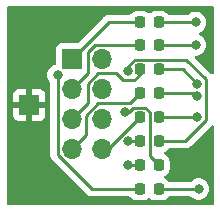
<source format=gbr>
%TF.GenerationSoftware,KiCad,Pcbnew,7.0.10*%
%TF.CreationDate,2024-03-07T16:00:11+01:00*%
%TF.ProjectId,IO_LED_Stick,494f5f4c-4544-45f5-9374-69636b2e6b69,1*%
%TF.SameCoordinates,Original*%
%TF.FileFunction,Copper,L1,Top*%
%TF.FilePolarity,Positive*%
%FSLAX46Y46*%
G04 Gerber Fmt 4.6, Leading zero omitted, Abs format (unit mm)*
G04 Created by KiCad (PCBNEW 7.0.10) date 2024-03-07 16:00:11*
%MOMM*%
%LPD*%
G01*
G04 APERTURE LIST*
G04 Aperture macros list*
%AMRoundRect*
0 Rectangle with rounded corners*
0 $1 Rounding radius*
0 $2 $3 $4 $5 $6 $7 $8 $9 X,Y pos of 4 corners*
0 Add a 4 corners polygon primitive as box body*
4,1,4,$2,$3,$4,$5,$6,$7,$8,$9,$2,$3,0*
0 Add four circle primitives for the rounded corners*
1,1,$1+$1,$2,$3*
1,1,$1+$1,$4,$5*
1,1,$1+$1,$6,$7*
1,1,$1+$1,$8,$9*
0 Add four rect primitives between the rounded corners*
20,1,$1+$1,$2,$3,$4,$5,0*
20,1,$1+$1,$4,$5,$6,$7,0*
20,1,$1+$1,$6,$7,$8,$9,0*
20,1,$1+$1,$8,$9,$2,$3,0*%
G04 Aperture macros list end*
%TA.AperFunction,SMDPad,CuDef*%
%ADD10RoundRect,0.218750X0.218750X0.256250X-0.218750X0.256250X-0.218750X-0.256250X0.218750X-0.256250X0*%
%TD*%
%TA.AperFunction,ComponentPad*%
%ADD11R,1.700000X1.700000*%
%TD*%
%TA.AperFunction,ComponentPad*%
%ADD12O,1.700000X1.700000*%
%TD*%
%TA.AperFunction,ViaPad*%
%ADD13C,0.800000*%
%TD*%
%TA.AperFunction,Conductor*%
%ADD14C,0.250000*%
%TD*%
G04 APERTURE END LIST*
D10*
%TO.P,D6,1,K*%
%TO.N,Net-(D6-K)*%
X151917500Y-89408000D03*
%TO.P,D6,2,A*%
%TO.N,Net-(D6-A)*%
X150342500Y-89408000D03*
%TD*%
%TO.P,D8,1,K*%
%TO.N,Net-(D8-K)*%
X151917500Y-93472000D03*
%TO.P,D8,2,A*%
%TO.N,Net-(D8-A)*%
X150342500Y-93472000D03*
%TD*%
%TO.P,D3,1,K*%
%TO.N,Net-(D3-K)*%
X151917500Y-83312000D03*
%TO.P,D3,2,A*%
%TO.N,Net-(D3-A)*%
X150342500Y-83312000D03*
%TD*%
%TO.P,D5,1,K*%
%TO.N,Net-(D5-K)*%
X151917500Y-87376000D03*
%TO.P,D5,2,A*%
%TO.N,Net-(D5-A)*%
X150342500Y-87376000D03*
%TD*%
%TO.P,D2,1,K*%
%TO.N,Net-(D2-K)*%
X151917500Y-81280000D03*
%TO.P,D2,2,A*%
%TO.N,Net-(D2-A)*%
X150342500Y-81280000D03*
%TD*%
%TO.P,D4,1,K*%
%TO.N,Net-(D4-K)*%
X151917500Y-85344000D03*
%TO.P,D4,2,A*%
%TO.N,Net-(D4-A)*%
X150342500Y-85344000D03*
%TD*%
D11*
%TO.P,J1,1,Pin_1*%
%TO.N,Net-(D1-A)*%
X144585000Y-82492000D03*
D12*
%TO.P,J1,2,Pin_2*%
%TO.N,Net-(D2-A)*%
X144585000Y-85032000D03*
%TO.P,J1,3,Pin_3*%
%TO.N,Net-(D3-A)*%
X144585000Y-87572000D03*
%TO.P,J1,4,Pin_4*%
%TO.N,Net-(D4-A)*%
X144585000Y-90112000D03*
%TO.P,J1,5,Pin_5*%
%TO.N,Net-(D5-A)*%
X147125000Y-90112000D03*
%TO.P,J1,6,Pin_6*%
%TO.N,Net-(D6-A)*%
X147125000Y-87572000D03*
%TO.P,J1,7,Pin_7*%
%TO.N,Net-(D7-A)*%
X147125000Y-85032000D03*
%TO.P,J1,8,Pin_8*%
%TO.N,Net-(D8-A)*%
X147125000Y-82492000D03*
%TD*%
D10*
%TO.P,D7,1,K*%
%TO.N,Net-(D7-K)*%
X151917500Y-91440000D03*
%TO.P,D7,2,A*%
%TO.N,Net-(D7-A)*%
X150342500Y-91440000D03*
%TD*%
D11*
%TO.P,J2,1,Pin_1*%
%TO.N,GND*%
X140970000Y-86360000D03*
%TD*%
D10*
%TO.P,D1,1,K*%
%TO.N,Net-(D1-K)*%
X151917500Y-79375000D03*
%TO.P,D1,2,A*%
%TO.N,Net-(D1-A)*%
X150342500Y-79375000D03*
%TD*%
D13*
%TO.N,Net-(D1-K)*%
X155067000Y-79375000D03*
%TO.N,Net-(D2-K)*%
X155067000Y-81280000D03*
%TO.N,Net-(D3-K)*%
X155217049Y-84556348D03*
%TO.N,Net-(D4-K)*%
X155196998Y-85600998D03*
%TO.N,Net-(D5-K)*%
X155194000Y-87376000D03*
%TO.N,Net-(D6-K)*%
X149305501Y-83522019D03*
%TO.N,Net-(D6-A)*%
X149352000Y-89408000D03*
%TO.N,Net-(D7-K)*%
X149098000Y-86931500D03*
%TO.N,Net-(D7-A)*%
X149352000Y-91440000D03*
%TO.N,Net-(D8-K)*%
X155321000Y-93472000D03*
%TO.N,Net-(D8-A)*%
X143379514Y-83824734D03*
%TD*%
D14*
%TO.N,Net-(D1-K)*%
X151917500Y-79375000D02*
X155067000Y-79375000D01*
%TO.N,Net-(D1-A)*%
X144585000Y-82492000D02*
X147702000Y-79375000D01*
X147702000Y-79375000D02*
X150342500Y-79375000D01*
%TO.N,Net-(D2-K)*%
X151917500Y-81280000D02*
X155067000Y-81280000D01*
%TO.N,Net-(D2-A)*%
X146558000Y-81280000D02*
X150342500Y-81280000D01*
X145950000Y-81888000D02*
X146558000Y-81280000D01*
X145950000Y-83667000D02*
X145950000Y-81888000D01*
X144585000Y-85032000D02*
X145950000Y-83667000D01*
%TO.N,Net-(D3-K)*%
X151917500Y-83312000D02*
X153972701Y-83312000D01*
X153972701Y-83312000D02*
X155217049Y-84556348D01*
%TO.N,Net-(D3-A)*%
X145950000Y-86207000D02*
X145950000Y-84545299D01*
X149882480Y-84247019D02*
X150342500Y-83786999D01*
X146802299Y-83693000D02*
X148326501Y-83693000D01*
X150342500Y-83786999D02*
X150342500Y-83312000D01*
X148880520Y-84247019D02*
X149882480Y-84247019D01*
X144585000Y-87572000D02*
X145950000Y-86207000D01*
X145950000Y-84545299D02*
X146802299Y-83693000D01*
X148326501Y-83693000D02*
X148880520Y-84247019D01*
%TO.N,Net-(D4-K)*%
X154940000Y-85344000D02*
X155196998Y-85600998D01*
X151917500Y-85344000D02*
X154940000Y-85344000D01*
%TO.N,Net-(D4-A)*%
X144585000Y-90112000D02*
X145760000Y-88937000D01*
X146812000Y-86207000D02*
X149479500Y-86207000D01*
X145760000Y-88937000D02*
X145760000Y-87259000D01*
X149479500Y-86207000D02*
X150342500Y-85344000D01*
X145760000Y-87259000D02*
X146812000Y-86207000D01*
%TO.N,Net-(D5-K)*%
X151917500Y-87376000D02*
X155194000Y-87376000D01*
%TO.N,Net-(D5-A)*%
X147606500Y-90112000D02*
X147125000Y-90112000D01*
X150342500Y-87376000D02*
X147606500Y-90112000D01*
%TO.N,Net-(D6-K)*%
X149305501Y-83098959D02*
X149892460Y-82512000D01*
X155942049Y-87653256D02*
X154187305Y-89408000D01*
X154267000Y-82512000D02*
X155942049Y-84187049D01*
X155942049Y-84187049D02*
X155942049Y-87653256D01*
X149305501Y-83522019D02*
X149305501Y-83098959D01*
X154187305Y-89408000D02*
X151917500Y-89408000D01*
X149892460Y-82512000D02*
X154267000Y-82512000D01*
%TO.N,Net-(D6-A)*%
X150342500Y-89408000D02*
X149352000Y-89408000D01*
%TO.N,Net-(D7-K)*%
X151917500Y-91440000D02*
X151155000Y-90677500D01*
X151155000Y-90677500D02*
X151155000Y-86938460D01*
X149771000Y-86576000D02*
X149415500Y-86931500D01*
X150792540Y-86576000D02*
X149771000Y-86576000D01*
X149415500Y-86931500D02*
X149098000Y-86931500D01*
X151155000Y-86938460D02*
X150792540Y-86576000D01*
%TO.N,Net-(D7-A)*%
X150342500Y-91440000D02*
X149352000Y-91440000D01*
%TO.N,Net-(D8-K)*%
X151917500Y-93472000D02*
X155321000Y-93472000D01*
%TO.N,Net-(D8-A)*%
X143379514Y-90568215D02*
X143379514Y-83824734D01*
X146283299Y-93472000D02*
X143379514Y-90568215D01*
X150342500Y-93472000D02*
X146283299Y-93472000D01*
%TD*%
%TA.AperFunction,Conductor*%
%TO.N,GND*%
G36*
X156533539Y-77998185D02*
G01*
X156579294Y-78050989D01*
X156590500Y-78102500D01*
X156590500Y-83648184D01*
X156570815Y-83715223D01*
X156518011Y-83760978D01*
X156448853Y-83770922D01*
X156387462Y-83743730D01*
X156367991Y-83727623D01*
X156359348Y-83719758D01*
X155031772Y-82392181D01*
X154998287Y-82330858D01*
X155003271Y-82261166D01*
X155045143Y-82205233D01*
X155110607Y-82180816D01*
X155119453Y-82180500D01*
X155161644Y-82180500D01*
X155161646Y-82180500D01*
X155346803Y-82141144D01*
X155519730Y-82064151D01*
X155672871Y-81952888D01*
X155799533Y-81812216D01*
X155894179Y-81648284D01*
X155952674Y-81468256D01*
X155972460Y-81280000D01*
X155952674Y-81091744D01*
X155894179Y-80911716D01*
X155799533Y-80747784D01*
X155672871Y-80607112D01*
X155672870Y-80607111D01*
X155519734Y-80495851D01*
X155519729Y-80495848D01*
X155396043Y-80440779D01*
X155342806Y-80395529D01*
X155322485Y-80328680D01*
X155341531Y-80261456D01*
X155393897Y-80215201D01*
X155396043Y-80214221D01*
X155448498Y-80190865D01*
X155519730Y-80159151D01*
X155672871Y-80047888D01*
X155799533Y-79907216D01*
X155894179Y-79743284D01*
X155952674Y-79563256D01*
X155972460Y-79375000D01*
X155952674Y-79186744D01*
X155894179Y-79006716D01*
X155799533Y-78842784D01*
X155672871Y-78702112D01*
X155672870Y-78702111D01*
X155519734Y-78590851D01*
X155519729Y-78590848D01*
X155346807Y-78513857D01*
X155346802Y-78513855D01*
X155201001Y-78482865D01*
X155161646Y-78474500D01*
X154972354Y-78474500D01*
X154939897Y-78481398D01*
X154787197Y-78513855D01*
X154787192Y-78513857D01*
X154614270Y-78590848D01*
X154614265Y-78590851D01*
X154461130Y-78702110D01*
X154461126Y-78702114D01*
X154455400Y-78708474D01*
X154395913Y-78745121D01*
X154363252Y-78749500D01*
X152822765Y-78749500D01*
X152755726Y-78729815D01*
X152717227Y-78690598D01*
X152704281Y-78669609D01*
X152585391Y-78550719D01*
X152585387Y-78550716D01*
X152442295Y-78462455D01*
X152442289Y-78462452D01*
X152442287Y-78462451D01*
X152282685Y-78409564D01*
X152282683Y-78409563D01*
X152184181Y-78399500D01*
X152184174Y-78399500D01*
X151650826Y-78399500D01*
X151650818Y-78399500D01*
X151552316Y-78409563D01*
X151552315Y-78409564D01*
X151473219Y-78435773D01*
X151392715Y-78462450D01*
X151392704Y-78462455D01*
X151249612Y-78550716D01*
X151249608Y-78550719D01*
X151217681Y-78582647D01*
X151156358Y-78616132D01*
X151086666Y-78611148D01*
X151042319Y-78582647D01*
X151010391Y-78550719D01*
X151010387Y-78550716D01*
X150867295Y-78462455D01*
X150867289Y-78462452D01*
X150867287Y-78462451D01*
X150707685Y-78409564D01*
X150707683Y-78409563D01*
X150609181Y-78399500D01*
X150609174Y-78399500D01*
X150075826Y-78399500D01*
X150075818Y-78399500D01*
X149977316Y-78409563D01*
X149977315Y-78409564D01*
X149898219Y-78435773D01*
X149817715Y-78462450D01*
X149817704Y-78462455D01*
X149674612Y-78550716D01*
X149674608Y-78550719D01*
X149555720Y-78669607D01*
X149555719Y-78669609D01*
X149542772Y-78690598D01*
X149490826Y-78737321D01*
X149437235Y-78749500D01*
X147784743Y-78749500D01*
X147769122Y-78747775D01*
X147769095Y-78748061D01*
X147761333Y-78747326D01*
X147694113Y-78749439D01*
X147690219Y-78749500D01*
X147662650Y-78749500D01*
X147658673Y-78750002D01*
X147647042Y-78750917D01*
X147603374Y-78752289D01*
X147603368Y-78752290D01*
X147584126Y-78757880D01*
X147565087Y-78761823D01*
X147545217Y-78764334D01*
X147545203Y-78764337D01*
X147504598Y-78780413D01*
X147493554Y-78784194D01*
X147451614Y-78796379D01*
X147451610Y-78796381D01*
X147434366Y-78806579D01*
X147416905Y-78815133D01*
X147398274Y-78822510D01*
X147398262Y-78822517D01*
X147362933Y-78848185D01*
X147353173Y-78854596D01*
X147315580Y-78876829D01*
X147301414Y-78890995D01*
X147286624Y-78903627D01*
X147270414Y-78915404D01*
X147270411Y-78915407D01*
X147242573Y-78949058D01*
X147234711Y-78957697D01*
X145087227Y-81105181D01*
X145025904Y-81138666D01*
X144999546Y-81141500D01*
X143687129Y-81141500D01*
X143687123Y-81141501D01*
X143627516Y-81147908D01*
X143492671Y-81198202D01*
X143492664Y-81198206D01*
X143377455Y-81284452D01*
X143377452Y-81284455D01*
X143291206Y-81399664D01*
X143291202Y-81399671D01*
X143240908Y-81534517D01*
X143234501Y-81594116D01*
X143234500Y-81594135D01*
X143234500Y-82834526D01*
X143214815Y-82901565D01*
X143162011Y-82947320D01*
X143136283Y-82955816D01*
X143099708Y-82963590D01*
X143099706Y-82963591D01*
X142926784Y-83040582D01*
X142926779Y-83040585D01*
X142773643Y-83151845D01*
X142646980Y-83292519D01*
X142552335Y-83456449D01*
X142552332Y-83456456D01*
X142493841Y-83636474D01*
X142493840Y-83636478D01*
X142474054Y-83824734D01*
X142493840Y-84012990D01*
X142493841Y-84012993D01*
X142552332Y-84193011D01*
X142552335Y-84193018D01*
X142646981Y-84356950D01*
X142657381Y-84368500D01*
X142722164Y-84440449D01*
X142752394Y-84503440D01*
X142754014Y-84523421D01*
X142754014Y-90485470D01*
X142752289Y-90501087D01*
X142752575Y-90501114D01*
X142751840Y-90508880D01*
X142753953Y-90576087D01*
X142754014Y-90579982D01*
X142754014Y-90607572D01*
X142754517Y-90611550D01*
X142755432Y-90623182D01*
X142756804Y-90666839D01*
X142756805Y-90666842D01*
X142762394Y-90686082D01*
X142766338Y-90705126D01*
X142768850Y-90725007D01*
X142784928Y-90765618D01*
X142788711Y-90776667D01*
X142800895Y-90818603D01*
X142811094Y-90835849D01*
X142819652Y-90853318D01*
X142827028Y-90871947D01*
X142852695Y-90907275D01*
X142859107Y-90917036D01*
X142881342Y-90954632D01*
X142881347Y-90954639D01*
X142895504Y-90968795D01*
X142908142Y-90983591D01*
X142919919Y-90999801D01*
X142919920Y-90999802D01*
X142953571Y-91027640D01*
X142962212Y-91035503D01*
X145782496Y-93855788D01*
X145792321Y-93868051D01*
X145792542Y-93867869D01*
X145797510Y-93873874D01*
X145846521Y-93919899D01*
X145849320Y-93922612D01*
X145868821Y-93942114D01*
X145868825Y-93942117D01*
X145868828Y-93942120D01*
X145872001Y-93944581D01*
X145880873Y-93952159D01*
X145912717Y-93982062D01*
X145930275Y-93991714D01*
X145946534Y-94002395D01*
X145962363Y-94014673D01*
X146002454Y-94032021D01*
X146012925Y-94037151D01*
X146035479Y-94049550D01*
X146051201Y-94058194D01*
X146051203Y-94058195D01*
X146051207Y-94058197D01*
X146070615Y-94063180D01*
X146089018Y-94069481D01*
X146107400Y-94077436D01*
X146107401Y-94077436D01*
X146107403Y-94077437D01*
X146150549Y-94084270D01*
X146161971Y-94086636D01*
X146204280Y-94097500D01*
X146224315Y-94097500D01*
X146243713Y-94099026D01*
X146263493Y-94102159D01*
X146263494Y-94102160D01*
X146263494Y-94102159D01*
X146263495Y-94102160D01*
X146306974Y-94098050D01*
X146318643Y-94097500D01*
X149437235Y-94097500D01*
X149504274Y-94117185D01*
X149542772Y-94156401D01*
X149555000Y-94176225D01*
X149555720Y-94177392D01*
X149674608Y-94296280D01*
X149674612Y-94296283D01*
X149817704Y-94384544D01*
X149817707Y-94384545D01*
X149817713Y-94384549D01*
X149977315Y-94437436D01*
X150075826Y-94447500D01*
X150075831Y-94447500D01*
X150609169Y-94447500D01*
X150609174Y-94447500D01*
X150707685Y-94437436D01*
X150867287Y-94384549D01*
X151010391Y-94296281D01*
X151042319Y-94264353D01*
X151103642Y-94230868D01*
X151173334Y-94235852D01*
X151217681Y-94264353D01*
X151249608Y-94296280D01*
X151249612Y-94296283D01*
X151392704Y-94384544D01*
X151392707Y-94384545D01*
X151392713Y-94384549D01*
X151552315Y-94437436D01*
X151650826Y-94447500D01*
X151650831Y-94447500D01*
X152184169Y-94447500D01*
X152184174Y-94447500D01*
X152282685Y-94437436D01*
X152442287Y-94384549D01*
X152585391Y-94296281D01*
X152704281Y-94177391D01*
X152717227Y-94156401D01*
X152769174Y-94109679D01*
X152822765Y-94097500D01*
X154617252Y-94097500D01*
X154684291Y-94117185D01*
X154709400Y-94138526D01*
X154715126Y-94144885D01*
X154715130Y-94144889D01*
X154868265Y-94256148D01*
X154868270Y-94256151D01*
X155041192Y-94333142D01*
X155041197Y-94333144D01*
X155226354Y-94372500D01*
X155226355Y-94372500D01*
X155415644Y-94372500D01*
X155415646Y-94372500D01*
X155600803Y-94333144D01*
X155773730Y-94256151D01*
X155926871Y-94144888D01*
X156053533Y-94004216D01*
X156148179Y-93840284D01*
X156206674Y-93660256D01*
X156226460Y-93472000D01*
X156206674Y-93283744D01*
X156148179Y-93103716D01*
X156053533Y-92939784D01*
X155926871Y-92799112D01*
X155926870Y-92799111D01*
X155773734Y-92687851D01*
X155773729Y-92687848D01*
X155600807Y-92610857D01*
X155600802Y-92610855D01*
X155455001Y-92579865D01*
X155415646Y-92571500D01*
X155226354Y-92571500D01*
X155193897Y-92578398D01*
X155041197Y-92610855D01*
X155041192Y-92610857D01*
X154868270Y-92687848D01*
X154868265Y-92687851D01*
X154715130Y-92799110D01*
X154715126Y-92799114D01*
X154709400Y-92805474D01*
X154649913Y-92842121D01*
X154617252Y-92846500D01*
X152822765Y-92846500D01*
X152755726Y-92826815D01*
X152717227Y-92787598D01*
X152704281Y-92766609D01*
X152585391Y-92647719D01*
X152445669Y-92561537D01*
X152398946Y-92509591D01*
X152387725Y-92440628D01*
X152415568Y-92376546D01*
X152445668Y-92350463D01*
X152585391Y-92264281D01*
X152704281Y-92145391D01*
X152792549Y-92002287D01*
X152845436Y-91842685D01*
X152855500Y-91744174D01*
X152855500Y-91135826D01*
X152845436Y-91037315D01*
X152792549Y-90877713D01*
X152792545Y-90877707D01*
X152792544Y-90877704D01*
X152704283Y-90734612D01*
X152704280Y-90734608D01*
X152585392Y-90615720D01*
X152585391Y-90615719D01*
X152445669Y-90529537D01*
X152398946Y-90477591D01*
X152387725Y-90408628D01*
X152415568Y-90344546D01*
X152445668Y-90318463D01*
X152585391Y-90232281D01*
X152704281Y-90113391D01*
X152717227Y-90092401D01*
X152769174Y-90045679D01*
X152822765Y-90033500D01*
X154104562Y-90033500D01*
X154120182Y-90035224D01*
X154120209Y-90034939D01*
X154127965Y-90035671D01*
X154127972Y-90035673D01*
X154195178Y-90033561D01*
X154199073Y-90033500D01*
X154226651Y-90033500D01*
X154226655Y-90033500D01*
X154230629Y-90032997D01*
X154242268Y-90032080D01*
X154285932Y-90030709D01*
X154305174Y-90025117D01*
X154324217Y-90021174D01*
X154344097Y-90018664D01*
X154384706Y-90002585D01*
X154395749Y-89998803D01*
X154437695Y-89986618D01*
X154454934Y-89976422D01*
X154472408Y-89967862D01*
X154491032Y-89960488D01*
X154491032Y-89960487D01*
X154491037Y-89960486D01*
X154526388Y-89934800D01*
X154536119Y-89928408D01*
X154573725Y-89906170D01*
X154587894Y-89891999D01*
X154602684Y-89879368D01*
X154618892Y-89867594D01*
X154646743Y-89833926D01*
X154654584Y-89825309D01*
X156325835Y-88154058D01*
X156338097Y-88144236D01*
X156337914Y-88144015D01*
X156343920Y-88139045D01*
X156343926Y-88139042D01*
X156376109Y-88104770D01*
X156436346Y-88069376D01*
X156506160Y-88072167D01*
X156563382Y-88112260D01*
X156589845Y-88176924D01*
X156590500Y-88189654D01*
X156590500Y-94744500D01*
X156570815Y-94811539D01*
X156518011Y-94857294D01*
X156466500Y-94868500D01*
X139189500Y-94868500D01*
X139122461Y-94848815D01*
X139076706Y-94796011D01*
X139065500Y-94744500D01*
X139065500Y-87257844D01*
X139620000Y-87257844D01*
X139626401Y-87317372D01*
X139626403Y-87317379D01*
X139676645Y-87452086D01*
X139676649Y-87452093D01*
X139762809Y-87567187D01*
X139762812Y-87567190D01*
X139877906Y-87653350D01*
X139877913Y-87653354D01*
X140012620Y-87703596D01*
X140012627Y-87703598D01*
X140072155Y-87709999D01*
X140072172Y-87710000D01*
X140720000Y-87710000D01*
X140720000Y-86795501D01*
X140827685Y-86844680D01*
X140934237Y-86860000D01*
X141005763Y-86860000D01*
X141112315Y-86844680D01*
X141220000Y-86795501D01*
X141220000Y-87710000D01*
X141867828Y-87710000D01*
X141867844Y-87709999D01*
X141927372Y-87703598D01*
X141927379Y-87703596D01*
X142062086Y-87653354D01*
X142062093Y-87653350D01*
X142177187Y-87567190D01*
X142177190Y-87567187D01*
X142263350Y-87452093D01*
X142263354Y-87452086D01*
X142313596Y-87317379D01*
X142313598Y-87317372D01*
X142319999Y-87257844D01*
X142320000Y-87257827D01*
X142320000Y-86610000D01*
X141403686Y-86610000D01*
X141429493Y-86569844D01*
X141470000Y-86431889D01*
X141470000Y-86288111D01*
X141429493Y-86150156D01*
X141403686Y-86110000D01*
X142320000Y-86110000D01*
X142320000Y-85462172D01*
X142319999Y-85462155D01*
X142313598Y-85402627D01*
X142313596Y-85402620D01*
X142263354Y-85267913D01*
X142263350Y-85267906D01*
X142177190Y-85152812D01*
X142177187Y-85152809D01*
X142062093Y-85066649D01*
X142062086Y-85066645D01*
X141927379Y-85016403D01*
X141927372Y-85016401D01*
X141867844Y-85010000D01*
X141220000Y-85010000D01*
X141220000Y-85924498D01*
X141112315Y-85875320D01*
X141005763Y-85860000D01*
X140934237Y-85860000D01*
X140827685Y-85875320D01*
X140720000Y-85924498D01*
X140720000Y-85010000D01*
X140072155Y-85010000D01*
X140012627Y-85016401D01*
X140012620Y-85016403D01*
X139877913Y-85066645D01*
X139877906Y-85066649D01*
X139762812Y-85152809D01*
X139762809Y-85152812D01*
X139676649Y-85267906D01*
X139676645Y-85267913D01*
X139626403Y-85402620D01*
X139626401Y-85402627D01*
X139620000Y-85462155D01*
X139620000Y-86110000D01*
X140536314Y-86110000D01*
X140510507Y-86150156D01*
X140470000Y-86288111D01*
X140470000Y-86431889D01*
X140510507Y-86569844D01*
X140536314Y-86610000D01*
X139620000Y-86610000D01*
X139620000Y-87257844D01*
X139065500Y-87257844D01*
X139065500Y-78102500D01*
X139085185Y-78035461D01*
X139137989Y-77989706D01*
X139189500Y-77978500D01*
X156466500Y-77978500D01*
X156533539Y-77998185D01*
G37*
%TD.AperFunction*%
%TD*%
M02*

</source>
